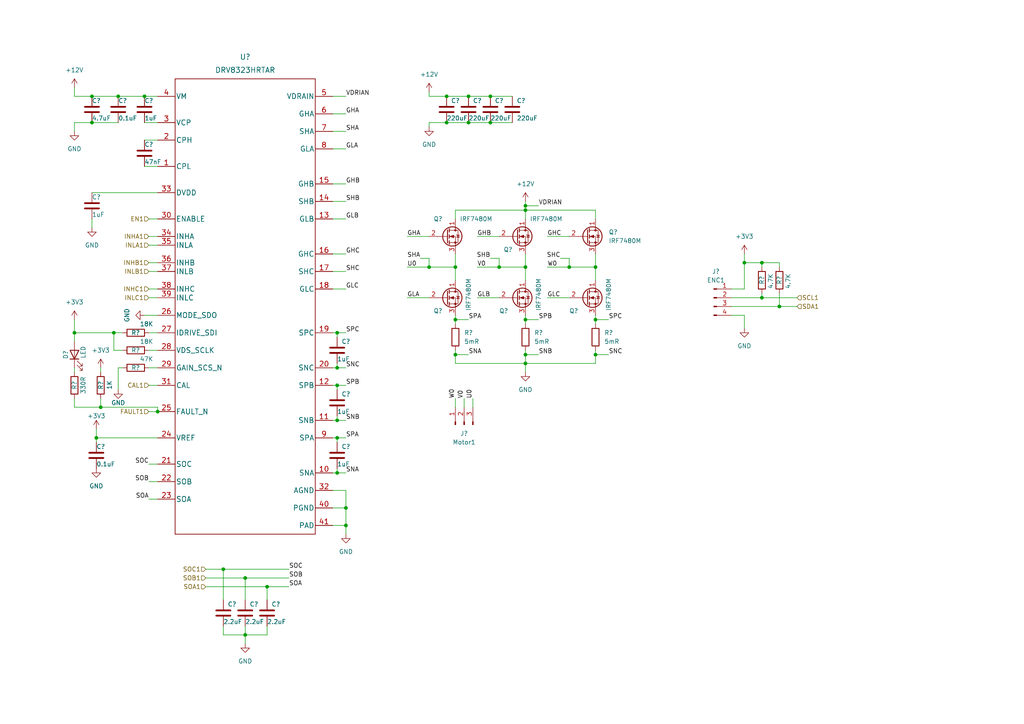
<source format=kicad_sch>
(kicad_sch (version 20211123) (generator eeschema)
  (paper "A4")
  (lib_symbols
    (symbol "Connector:Conn_01x03_Male" (pin_names (offset 1.016) hide)
      (property "Reference" "J" (at 0 5.08 0))
      (property "Value" "Conn_01x03_Male" (at 0 -5.08 0))
      (symbol "Conn_01x03_Male_1_1"
        (polyline (pts (xy 1.27 -2.54) (xy 0.8636 -2.54)) (stroke (width 0.1524)))
        (polyline (pts (xy 1.27 0) (xy 0.8636 0)) (stroke (width 0.1524)))
        (polyline (pts (xy 1.27 2.54) (xy 0.8636 2.54)) (stroke (width 0.1524)))
        (rectangle (start 0.8636 -2.413) (end 0 -2.667) (stroke (width 0.1524)) (fill (type outline)))
        (rectangle (start 0.8636 0.127) (end 0 -0.127) (stroke (width 0.1524)) (fill (type outline)))
        (rectangle (start 0.8636 2.667) (end 0 2.413) (stroke (width 0.1524)) (fill (type outline)))
        (pin passive line (at 5.08 2.54 180) (length 3.81) (name "Pin_1") (number "1"))
        (pin passive line (at 5.08 0 180) (length 3.81) (name "Pin_2") (number "2"))
        (pin passive line (at 5.08 -2.54 180) (length 3.81) (name "Pin_3") (number "3"))
      )
    )
    (symbol "Connector:Conn_01x04_Male" (pin_names (offset 1.016) hide)
      (property "Reference" "J" (at 0 5.08 0))
      (property "Value" "Conn_01x04_Male" (at 0 -7.62 0))
      (symbol "Conn_01x04_Male_1_1"
        (polyline (pts (xy 1.27 -5.08) (xy 0.8636 -5.08)) (stroke (width 0.1524)))
        (polyline (pts (xy 1.27 -2.54) (xy 0.8636 -2.54)) (stroke (width 0.1524)))
        (polyline (pts (xy 1.27 0) (xy 0.8636 0)) (stroke (width 0.1524)))
        (polyline (pts (xy 1.27 2.54) (xy 0.8636 2.54)) (stroke (width 0.1524)))
        (rectangle (start 0.8636 -4.953) (end 0 -5.207) (stroke (width 0.1524)) (fill (type outline)))
        (rectangle (start 0.8636 -2.413) (end 0 -2.667) (stroke (width 0.1524)) (fill (type outline)))
        (rectangle (start 0.8636 0.127) (end 0 -0.127) (stroke (width 0.1524)) (fill (type outline)))
        (rectangle (start 0.8636 2.667) (end 0 2.413) (stroke (width 0.1524)) (fill (type outline)))
        (pin passive line (at 5.08 2.54 180) (length 3.81) (name "Pin_1") (number "1"))
        (pin passive line (at 5.08 0 180) (length 3.81) (name "Pin_2") (number "2"))
        (pin passive line (at 5.08 -2.54 180) (length 3.81) (name "Pin_3") (number "3"))
        (pin passive line (at 5.08 -5.08 180) (length 3.81) (name "Pin_4") (number "4"))
      )
    )
    (symbol "Device:C" (pin_numbers hide) (pin_names (offset 0.254))
      (property "Reference" "C" (at 0.635 2.54 0))
      (property "Value" "C" (at 0.635 -2.54 0))
      (symbol "C_0_1"
        (polyline (pts (xy -2.032 -0.762) (xy 2.032 -0.762)) (stroke (width 0.508)))
        (polyline (pts (xy -2.032 0.762) (xy 2.032 0.762)) (stroke (width 0.508)))
      )
      (symbol "C_1_1"
        (pin passive line (at 0 3.81 270) (length 2.794) (name "~") (number "1"))
        (pin passive line (at 0 -3.81 90) (length 2.794) (name "~") (number "2"))
      )
    )
    (symbol "Device:LED" (pin_numbers hide) (pin_names (offset 1.016) hide)
      (property "Reference" "D" (at 0 2.54 0))
      (property "Value" "LED" (at 0 -2.54 0))
      (symbol "LED_0_1"
        (polyline (pts (xy -1.27 -1.27) (xy -1.27 1.27)) (stroke (width 0.254)))
        (polyline (pts (xy -1.27 0) (xy 1.27 0)))
        (polyline (pts (xy 1.27 -1.27) (xy 1.27 1.27) (xy -1.27 0) (xy 1.27 -1.27)) (stroke (width 0.254)))
        (polyline (pts (xy -3.048 -0.762) (xy -4.572 -2.286) (xy -3.81 -2.286) (xy -4.572 -2.286) (xy -4.572 -1.524)))
        (polyline (pts (xy -1.778 -0.762) (xy -3.302 -2.286) (xy -2.54 -2.286) (xy -3.302 -2.286) (xy -3.302 -1.524)))
      )
      (symbol "LED_1_1"
        (pin passive line (at -3.81 0 0) (length 2.54) (name "K") (number "1"))
        (pin passive line (at 3.81 0 180) (length 2.54) (name "A") (number "2"))
      )
    )
    (symbol "Device:R" (pin_numbers hide) (pin_names (offset 0))
      (property "Reference" "R" (at 2.032 0 90))
      (property "Value" "R" (at 0 0 90))
      (symbol "R_0_1"
        (rectangle (start -1.016 -2.54) (end 1.016 2.54) (stroke (width 0.254)))
      )
      (symbol "R_1_1"
        (pin passive line (at 0 3.81 270) (length 1.27) (name "~") (number "1"))
        (pin passive line (at 0 -3.81 90) (length 1.27) (name "~") (number "2"))
      )
    )
    (symbol "Transistor_FET:IRF7480M" (pin_names hide)
      (property "Reference" "Q" (at 5.08 1.905 0))
      (property "Value" "IRF7480M" (at 5.08 0 0))
      (symbol "IRF7480M_0_1"
        (polyline (pts (xy 0.254 0) (xy -2.54 0)))
        (polyline (pts (xy 0.254 1.905) (xy 0.254 -1.905)) (stroke (width 0.254)))
        (polyline (pts (xy 0.762 -1.27) (xy 0.762 -2.286)) (stroke (width 0.254)))
        (polyline (pts (xy 0.762 0.508) (xy 0.762 -0.508)) (stroke (width 0.254)))
        (polyline (pts (xy 0.762 2.286) (xy 0.762 1.27)) (stroke (width 0.254)))
        (polyline (pts (xy 2.54 2.54) (xy 2.54 1.778)))
        (polyline (pts (xy 2.54 -2.54) (xy 2.54 0) (xy 0.762 0)))
        (polyline (pts (xy 0.762 -1.778) (xy 3.302 -1.778) (xy 3.302 1.778) (xy 0.762 1.778)))
        (polyline (pts (xy 1.016 0) (xy 2.032 0.381) (xy 2.032 -0.381) (xy 1.016 0)) (fill (type outline)))
        (polyline (pts (xy 2.794 0.508) (xy 2.921 0.381) (xy 3.683 0.381) (xy 3.81 0.254)))
        (polyline (pts (xy 3.302 0.381) (xy 2.921 -0.254) (xy 3.683 -0.254) (xy 3.302 0.381)))
        (circle (center 1.651 0) (radius 2.794) (stroke (width 0.254)))
        (circle (center 2.54 -1.778) (radius 0.254) (fill (type outline)))
        (circle (center 2.54 1.778) (radius 0.254) (fill (type outline)))
      )
      (symbol "IRF7480M_1_1"
        (pin passive line (at 2.54 5.08 270) (length 2.54) (name "D") (number "1"))
        (pin input line (at -5.08 0 0) (length 2.54) (name "G") (number "2"))
        (pin passive line (at 2.54 -5.08 90) (length 2.54) (name "S") (number "3"))
      )
    )
    (symbol "UserLIB:DRV8323HRTAR" (pin_names (offset 0.254))
      (property "Reference" "U" (at 0 2.54 0))
      (property "Value" "DRV8323HRTAR" (at 0 0 0))
      (symbol "DRV8323HRTAR_1_1"
        (polyline (pts (xy -20.32 -66.04) (xy 20.32 -66.04)) (stroke (width 0.2032)))
        (polyline (pts (xy -20.32 66.04) (xy -20.32 -66.04)) (stroke (width 0.2032)))
        (polyline (pts (xy 20.32 -66.04) (xy 20.32 66.04)) (stroke (width 0.2032)))
        (polyline (pts (xy 20.32 66.04) (xy -20.32 66.04)) (stroke (width 0.2032)))
        (pin unspecified line (at -25.4 40.64 0) (length 5.08) (name "CPL") (number "1"))
        (pin input line (at 25.4 -48.26 180) (length 5.08) (name "SNA") (number "10"))
        (pin input line (at 25.4 -33.02 180) (length 5.08) (name "SNB") (number "11"))
        (pin input line (at 25.4 -22.86 180) (length 5.08) (name "SPB") (number "12"))
        (pin output line (at 25.4 25.4 180) (length 5.08) (name "GLB") (number "13"))
        (pin input line (at 25.4 30.48 180) (length 5.08) (name "SHB") (number "14"))
        (pin output line (at 25.4 35.56 180) (length 5.08) (name "GHB") (number "15"))
        (pin output line (at 25.4 15.24 180) (length 5.08) (name "GHC") (number "16"))
        (pin input line (at 25.4 10.16 180) (length 5.08) (name "SHC") (number "17"))
        (pin output line (at 25.4 5.08 180) (length 5.08) (name "GLC") (number "18"))
        (pin input line (at 25.4 -7.62 180) (length 5.08) (name "SPC") (number "19"))
        (pin unspecified line (at -25.4 48.26 0) (length 5.08) (name "CPH") (number "2"))
        (pin input line (at 25.4 -17.78 180) (length 5.08) (name "SNC") (number "20"))
        (pin output line (at -25.4 -45.72 0) (length 5.08) (name "SOC") (number "21"))
        (pin output line (at -25.4 -50.8 0) (length 5.08) (name "SOB") (number "22"))
        (pin output line (at -25.4 -55.88 0) (length 5.08) (name "SOA") (number "23"))
        (pin input line (at -25.4 -38.1 0) (length 5.08) (name "VREF") (number "24"))
        (pin open_collector line (at -25.4 -30.48 0) (length 5.08) (name "FAULT_N") (number "25"))
        (pin unspecified line (at -25.4 -2.54 0) (length 5.08) (name "MODE_SDO") (number "26"))
        (pin input line (at -25.4 -7.62 0) (length 5.08) (name "IDRIVE_SDI") (number "27"))
        (pin input line (at -25.4 -12.7 0) (length 5.08) (name "VDS_SCLK") (number "28"))
        (pin input line (at -25.4 -17.78 0) (length 5.08) (name "GAIN_SCS_N") (number "29"))
        (pin power_in line (at -25.4 53.34 0) (length 5.08) (name "VCP") (number "3"))
        (pin input line (at -25.4 25.4 0) (length 5.08) (name "ENABLE") (number "30"))
        (pin input line (at -25.4 -22.86 0) (length 5.08) (name "CAL") (number "31"))
        (pin power_in line (at 25.4 -53.34 180) (length 5.08) (name "AGND") (number "32"))
        (pin power_in line (at -25.4 33.02 0) (length 5.08) (name "DVDD") (number "33"))
        (pin input line (at -25.4 20.32 0) (length 5.08) (name "INHA") (number "34"))
        (pin input line (at -25.4 17.78 0) (length 5.08) (name "INLA") (number "35"))
        (pin input line (at -25.4 12.7 0) (length 5.08) (name "INHB") (number "36"))
        (pin input line (at -25.4 10.16 0) (length 5.08) (name "INLB") (number "37"))
        (pin input line (at -25.4 5.08 0) (length 5.08) (name "INHC") (number "38"))
        (pin input line (at -25.4 2.54 0) (length 5.08) (name "INLC") (number "39"))
        (pin power_in line (at -25.4 60.96 0) (length 5.08) (name "VM") (number "4"))
        (pin power_in line (at 25.4 -58.42 180) (length 5.08) (name "PGND") (number "40"))
        (pin power_in line (at 25.4 -63.5 180) (length 5.08) (name "PAD") (number "41"))
        (pin input line (at 25.4 60.96 180) (length 5.08) (name "VDRAIN") (number "5"))
        (pin output line (at 25.4 55.88 180) (length 5.08) (name "GHA") (number "6"))
        (pin input line (at 25.4 50.8 180) (length 5.08) (name "SHA") (number "7"))
        (pin output line (at 25.4 45.72 180) (length 5.08) (name "GLA") (number "8"))
        (pin input line (at 25.4 -38.1 180) (length 5.08) (name "SPA") (number "9"))
      )
    )
    (symbol "power:+12V" (power) (pin_names (offset 0))
      (property "Value" "+12V" (at 0 3.556 0))
      (symbol "+12V_0_1"
        (polyline (pts (xy -0.762 1.27) (xy 0 2.54)))
        (polyline (pts (xy 0 0) (xy 0 2.54)))
        (polyline (pts (xy 0 2.54) (xy 0.762 1.27)))
      )
      (symbol "+12V_1_1"
        (pin power_in line (at 0 0 90) (length 0) hide (name "+12V") (number "1"))
      )
    )
    (symbol "power:+3.3V" (power) (pin_names (offset 0))
      (property "Value" "+3.3V" (at 0 3.556 0))
      (symbol "+3.3V_0_1"
        (polyline (pts (xy -0.762 1.27) (xy 0 2.54)))
        (polyline (pts (xy 0 0) (xy 0 2.54)))
        (polyline (pts (xy 0 2.54) (xy 0.762 1.27)))
      )
      (symbol "+3.3V_1_1"
        (pin power_in line (at 0 0 90) (length 0) hide (name "+3V3") (number "1"))
      )
    )
    (symbol "power:GND" (power) (pin_names (offset 0))
      (property "Value" "GND" (at 0 -3.81 0))
      (symbol "GND_0_1"
        (polyline (pts (xy 0 0) (xy 0 -1.27) (xy 1.27 -1.27) (xy 0 -2.54) (xy -1.27 -1.27) (xy 0 -1.27)))
      )
      (symbol "GND_1_1"
        (pin power_in line (at 0 0 270) (length 0) hide (name "GND") (number "1"))
      )
    )
  )
  (junction (at 172.72 77.47))
  (junction (at 29.21 118.11))
  (junction (at 142.24 35.56))
  (junction (at 132.08 77.47))
  (junction (at 226.06 88.9))
  (junction (at 71.12 167.64))
  (junction (at 97.79 121.92))
  (junction (at 129.54 27.94))
  (junction (at 132.08 92.71))
  (junction (at 142.24 27.94))
  (junction (at 165.1 77.47))
  (junction (at 152.4 60.96))
  (junction (at 215.9 76.2))
  (junction (at 97.79 106.68))
  (junction (at 26.67 27.94))
  (junction (at 97.79 96.52))
  (junction (at 64.77 165.1))
  (junction (at 100.33 152.4))
  (junction (at 172.72 92.71))
  (junction (at 152.4 105.41))
  (junction (at 97.79 127))
  (junction (at 41.91 27.94))
  (junction (at 124.46 77.47))
  (junction (at 144.78 77.47))
  (junction (at 152.4 92.71))
  (junction (at 135.89 27.94))
  (junction (at 27.94 127))
  (junction (at 34.29 27.94))
  (junction (at 45.72 119.38))
  (junction (at 21.59 96.52))
  (junction (at 77.47 170.18))
  (junction (at 172.72 102.87))
  (junction (at 33.02 96.52))
  (junction (at 152.4 59.69))
  (junction (at 220.98 86.36))
  (junction (at 26.67 35.56))
  (junction (at 100.33 147.32))
  (junction (at 135.89 35.56))
  (junction (at 152.4 77.47))
  (junction (at 129.54 35.56))
  (junction (at 132.08 102.87))
  (junction (at 97.79 111.76))
  (junction (at 71.12 184.15))
  (junction (at 152.4 102.87))
  (junction (at 220.98 76.2))
  (junction (at 97.79 137.16))
  (wire (pts (xy 172.72 101.6) (xy 172.72 102.87)))
  (wire (pts (xy 71.12 181.61) (xy 71.12 184.15)))
  (wire (pts (xy 43.18 134.62) (xy 45.72 134.62)))
  (wire (pts (xy 132.08 77.47) (xy 132.08 81.28)))
  (wire (pts (xy 152.4 92.71) (xy 152.4 93.98)))
  (wire (pts (xy 138.43 86.36) (xy 144.78 86.36)))
  (wire (pts (xy 45.72 106.68) (xy 43.18 106.68)))
  (wire (pts (xy 77.47 181.61) (xy 77.47 184.15)))
  (wire (pts (xy 43.18 83.82) (xy 45.72 83.82)))
  (wire (pts (xy 215.9 73.66) (xy 215.9 76.2)))
  (wire (pts (xy 152.4 105.41) (xy 152.4 107.95)))
  (wire (pts (xy 215.9 76.2) (xy 215.9 83.82)))
  (wire (pts (xy 100.33 142.24) (xy 100.33 147.32)))
  (wire (pts (xy 124.46 36.83) (xy 124.46 35.56)))
  (wire (pts (xy 97.79 111.76) (xy 100.33 111.76)))
  (wire (pts (xy 41.91 40.64) (xy 45.72 40.64)))
  (wire (pts (xy 96.52 121.92) (xy 97.79 121.92)))
  (wire (pts (xy 152.4 102.87) (xy 152.4 105.41)))
  (wire (pts (xy 144.78 74.93) (xy 144.78 77.47)))
  (wire (pts (xy 96.52 106.68) (xy 97.79 106.68)))
  (wire (pts (xy 158.75 77.47) (xy 165.1 77.47)))
  (wire (pts (xy 132.08 63.5) (xy 132.08 60.96)))
  (wire (pts (xy 71.12 167.64) (xy 71.12 173.99)))
  (wire (pts (xy 132.08 92.71) (xy 132.08 93.98)))
  (wire (pts (xy 77.47 184.15) (xy 71.12 184.15)))
  (wire (pts (xy 215.9 76.2) (xy 220.98 76.2)))
  (wire (pts (xy 43.18 144.78) (xy 45.72 144.78)))
  (wire (pts (xy 96.52 111.76) (xy 97.79 111.76)))
  (wire (pts (xy 162.56 74.93) (xy 165.1 74.93)))
  (wire (pts (xy 96.52 38.1) (xy 100.33 38.1)))
  (wire (pts (xy 59.69 165.1) (xy 64.77 165.1)))
  (wire (pts (xy 96.52 58.42) (xy 100.33 58.42)))
  (wire (pts (xy 215.9 91.44) (xy 215.9 95.25)))
  (wire (pts (xy 97.79 96.52) (xy 100.33 96.52)))
  (wire (pts (xy 97.79 127) (xy 100.33 127)))
  (wire (pts (xy 172.72 92.71) (xy 172.72 93.98)))
  (wire (pts (xy 29.21 106.68) (xy 29.21 107.95)))
  (wire (pts (xy 59.69 170.18) (xy 77.47 170.18)))
  (wire (pts (xy 41.91 91.44) (xy 45.72 91.44)))
  (wire (pts (xy 124.46 26.67) (xy 124.46 27.94)))
  (wire (pts (xy 96.52 63.5) (xy 100.33 63.5)))
  (wire (pts (xy 26.67 63.5) (xy 26.67 66.04)))
  (wire (pts (xy 152.4 59.69) (xy 156.21 59.69)))
  (wire (pts (xy 71.12 184.15) (xy 71.12 186.69)))
  (wire (pts (xy 97.79 135.89) (xy 97.79 137.16)))
  (wire (pts (xy 172.72 102.87) (xy 176.53 102.87)))
  (wire (pts (xy 118.11 68.58) (xy 124.46 68.58)))
  (wire (pts (xy 26.67 35.56) (xy 34.29 35.56)))
  (wire (pts (xy 138.43 77.47) (xy 144.78 77.47)))
  (wire (pts (xy 34.29 27.94) (xy 41.91 27.94)))
  (wire (pts (xy 21.59 96.52) (xy 33.02 96.52)))
  (wire (pts (xy 132.08 92.71) (xy 135.89 92.71)))
  (wire (pts (xy 132.08 60.96) (xy 152.4 60.96)))
  (wire (pts (xy 172.72 60.96) (xy 172.72 63.5)))
  (wire (pts (xy 64.77 181.61) (xy 64.77 184.15)))
  (wire (pts (xy 135.89 27.94) (xy 142.24 27.94)))
  (wire (pts (xy 96.52 33.02) (xy 100.33 33.02)))
  (wire (pts (xy 33.02 96.52) (xy 35.56 96.52)))
  (wire (pts (xy 71.12 167.64) (xy 83.82 167.64)))
  (wire (pts (xy 41.91 35.56) (xy 45.72 35.56)))
  (wire (pts (xy 138.43 68.58) (xy 144.78 68.58)))
  (wire (pts (xy 27.94 124.46) (xy 27.94 127)))
  (wire (pts (xy 152.4 105.41) (xy 172.72 105.41)))
  (wire (pts (xy 26.67 55.88) (xy 45.72 55.88)))
  (wire (pts (xy 96.52 83.82) (xy 100.33 83.82)))
  (wire (pts (xy 124.46 35.56) (xy 129.54 35.56)))
  (wire (pts (xy 226.06 77.47) (xy 226.06 76.2)))
  (wire (pts (xy 21.59 115.57) (xy 21.59 118.11)))
  (wire (pts (xy 43.18 78.74) (xy 45.72 78.74)))
  (wire (pts (xy 97.79 111.76) (xy 97.79 113.03)))
  (wire (pts (xy 96.52 43.18) (xy 100.33 43.18)))
  (wire (pts (xy 124.46 74.93) (xy 124.46 77.47)))
  (wire (pts (xy 96.52 137.16) (xy 97.79 137.16)))
  (wire (pts (xy 43.18 71.12) (xy 45.72 71.12)))
  (wire (pts (xy 158.75 86.36) (xy 165.1 86.36)))
  (wire (pts (xy 172.72 77.47) (xy 172.72 81.28)))
  (wire (pts (xy 96.52 53.34) (xy 100.33 53.34)))
  (wire (pts (xy 132.08 102.87) (xy 132.08 105.41)))
  (wire (pts (xy 124.46 77.47) (xy 132.08 77.47)))
  (wire (pts (xy 21.59 92.71) (xy 21.59 96.52)))
  (wire (pts (xy 220.98 77.47) (xy 220.98 76.2)))
  (wire (pts (xy 97.79 121.92) (xy 100.33 121.92)))
  (wire (pts (xy 43.18 86.36) (xy 45.72 86.36)))
  (wire (pts (xy 212.09 88.9) (xy 226.06 88.9)))
  (wire (pts (xy 165.1 77.47) (xy 172.72 77.47)))
  (wire (pts (xy 21.59 35.56) (xy 21.59 38.1)))
  (wire (pts (xy 35.56 101.6) (xy 33.02 101.6)))
  (wire (pts (xy 134.62 115.57) (xy 134.62 118.11)))
  (wire (pts (xy 220.98 85.09) (xy 220.98 86.36)))
  (wire (pts (xy 172.72 102.87) (xy 172.72 105.41)))
  (wire (pts (xy 220.98 86.36) (xy 231.14 86.36)))
  (wire (pts (xy 132.08 73.66) (xy 132.08 77.47)))
  (wire (pts (xy 96.52 147.32) (xy 100.33 147.32)))
  (wire (pts (xy 129.54 27.94) (xy 135.89 27.94)))
  (wire (pts (xy 132.08 115.57) (xy 132.08 118.11)))
  (wire (pts (xy 132.08 102.87) (xy 135.89 102.87)))
  (wire (pts (xy 121.92 74.93) (xy 124.46 74.93)))
  (wire (pts (xy 97.79 120.65) (xy 97.79 121.92)))
  (wire (pts (xy 64.77 165.1) (xy 83.82 165.1)))
  (wire (pts (xy 34.29 106.68) (xy 34.29 113.03)))
  (wire (pts (xy 152.4 77.47) (xy 152.4 81.28)))
  (wire (pts (xy 96.52 78.74) (xy 100.33 78.74)))
  (wire (pts (xy 226.06 76.2) (xy 220.98 76.2)))
  (wire (pts (xy 41.91 48.26) (xy 45.72 48.26)))
  (wire (pts (xy 152.4 91.44) (xy 152.4 92.71)))
  (wire (pts (xy 35.56 106.68) (xy 34.29 106.68)))
  (wire (pts (xy 96.52 27.94) (xy 100.33 27.94)))
  (wire (pts (xy 118.11 86.36) (xy 124.46 86.36)))
  (wire (pts (xy 212.09 83.82) (xy 215.9 83.82)))
  (wire (pts (xy 226.06 85.09) (xy 226.06 88.9)))
  (wire (pts (xy 45.72 127) (xy 27.94 127)))
  (wire (pts (xy 132.08 105.41) (xy 152.4 105.41)))
  (wire (pts (xy 137.16 115.57) (xy 137.16 118.11)))
  (wire (pts (xy 43.18 111.76) (xy 45.72 111.76)))
  (wire (pts (xy 172.72 73.66) (xy 172.72 77.47)))
  (wire (pts (xy 142.24 27.94) (xy 148.59 27.94)))
  (wire (pts (xy 144.78 77.47) (xy 152.4 77.47)))
  (wire (pts (xy 21.59 25.4) (xy 21.59 27.94)))
  (wire (pts (xy 152.4 60.96) (xy 172.72 60.96)))
  (wire (pts (xy 97.79 137.16) (xy 100.33 137.16)))
  (wire (pts (xy 43.18 63.5) (xy 45.72 63.5)))
  (wire (pts (xy 41.91 27.94) (xy 45.72 27.94)))
  (wire (pts (xy 29.21 118.11) (xy 45.72 118.11)))
  (wire (pts (xy 212.09 86.36) (xy 220.98 86.36)))
  (wire (pts (xy 59.69 167.64) (xy 71.12 167.64)))
  (wire (pts (xy 152.4 102.87) (xy 156.21 102.87)))
  (wire (pts (xy 172.72 91.44) (xy 172.72 92.71)))
  (wire (pts (xy 132.08 101.6) (xy 132.08 102.87)))
  (wire (pts (xy 43.18 68.58) (xy 45.72 68.58)))
  (wire (pts (xy 172.72 92.71) (xy 176.53 92.71)))
  (wire (pts (xy 135.89 35.56) (xy 142.24 35.56)))
  (wire (pts (xy 212.09 91.44) (xy 215.9 91.44)))
  (wire (pts (xy 100.33 152.4) (xy 100.33 154.94)))
  (wire (pts (xy 152.4 73.66) (xy 152.4 77.47)))
  (wire (pts (xy 96.52 142.24) (xy 100.33 142.24)))
  (wire (pts (xy 124.46 27.94) (xy 129.54 27.94)))
  (wire (pts (xy 21.59 106.68) (xy 21.59 107.95)))
  (wire (pts (xy 96.52 73.66) (xy 100.33 73.66)))
  (wire (pts (xy 152.4 58.42) (xy 152.4 59.69)))
  (wire (pts (xy 152.4 59.69) (xy 152.4 60.96)))
  (wire (pts (xy 21.59 96.52) (xy 21.59 99.06)))
  (wire (pts (xy 21.59 27.94) (xy 26.67 27.94)))
  (wire (pts (xy 96.52 96.52) (xy 97.79 96.52)))
  (wire (pts (xy 43.18 76.2) (xy 45.72 76.2)))
  (wire (pts (xy 97.79 96.52) (xy 97.79 97.79)))
  (wire (pts (xy 77.47 170.18) (xy 83.82 170.18)))
  (wire (pts (xy 142.24 74.93) (xy 144.78 74.93)))
  (wire (pts (xy 129.54 35.56) (xy 135.89 35.56)))
  (wire (pts (xy 97.79 127) (xy 97.79 128.27)))
  (wire (pts (xy 132.08 91.44) (xy 132.08 92.71)))
  (wire (pts (xy 26.67 27.94) (xy 34.29 27.94)))
  (wire (pts (xy 142.24 35.56) (xy 148.59 35.56)))
  (wire (pts (xy 45.72 101.6) (xy 43.18 101.6)))
  (wire (pts (xy 118.11 77.47) (xy 124.46 77.47)))
  (wire (pts (xy 43.18 96.52) (xy 45.72 96.52)))
  (wire (pts (xy 64.77 165.1) (xy 64.77 173.99)))
  (wire (pts (xy 43.18 139.7) (xy 45.72 139.7)))
  (wire (pts (xy 165.1 74.93) (xy 165.1 77.47)))
  (wire (pts (xy 96.52 127) (xy 97.79 127)))
  (wire (pts (xy 97.79 105.41) (xy 97.79 106.68)))
  (wire (pts (xy 100.33 147.32) (xy 100.33 152.4)))
  (wire (pts (xy 152.4 60.96) (xy 152.4 63.5)))
  (wire (pts (xy 43.18 119.38) (xy 45.72 119.38)))
  (wire (pts (xy 21.59 118.11) (xy 29.21 118.11)))
  (wire (pts (xy 45.72 118.11) (xy 45.72 119.38)))
  (wire (pts (xy 152.4 92.71) (xy 156.21 92.71)))
  (wire (pts (xy 152.4 101.6) (xy 152.4 102.87)))
  (wire (pts (xy 96.52 152.4) (xy 100.33 152.4)))
  (wire (pts (xy 226.06 88.9) (xy 231.14 88.9)))
  (wire (pts (xy 33.02 96.52) (xy 33.02 101.6)))
  (wire (pts (xy 77.47 170.18) (xy 77.47 173.99)))
  (wire (pts (xy 97.79 106.68) (xy 100.33 106.68)))
  (wire (pts (xy 27.94 127) (xy 27.94 128.27)))
  (wire (pts (xy 158.75 68.58) (xy 165.1 68.58)))
  (wire (pts (xy 29.21 115.57) (xy 29.21 118.11)))
  (wire (pts (xy 26.67 35.56) (xy 21.59 35.56)))
  (wire (pts (xy 71.12 184.15) (xy 64.77 184.15)))
  (label "SHA" (at 121.92 74.93 180))
  (label "V0" (at 134.62 115.57 90))
  (label "SPA" (at 135.89 92.71 0))
  (label "U0" (at 137.16 115.57 90))
  (label "GHB" (at 100.33 53.34 0))
  (label "SPB" (at 100.33 111.76 0))
  (label "SHC" (at 162.56 74.93 180))
  (label "SHC" (at 100.33 78.74 0))
  (label "GHB" (at 138.43 68.58 0))
  (label "GLC" (at 100.33 83.82 0))
  (label "GLA" (at 100.33 43.18 0))
  (label "SPB" (at 156.21 92.71 0))
  (label "SOB" (at 43.18 139.7 180))
  (label "SHA" (at 100.33 38.1 0))
  (label "V0" (at 138.43 77.47 0))
  (label "SNA" (at 135.89 102.87 0))
  (label "VDRIAN" (at 100.33 27.94 0))
  (label "SHB" (at 100.33 58.42 0))
  (label "SOA" (at 43.18 144.78 180))
  (label "SPA" (at 100.33 127 0))
  (label "SPC" (at 100.33 96.52 0))
  (label "GLA" (at 118.11 86.36 0))
  (label "GHA" (at 118.11 68.58 0))
  (label "SOC" (at 83.82 165.1 0))
  (label "GHC" (at 100.33 73.66 0))
  (label "W0" (at 158.75 77.47 0))
  (label "W0" (at 132.08 115.57 90))
  (label "GLB" (at 100.33 63.5 0))
  (label "SOA" (at 83.82 170.18 0))
  (label "SNB" (at 156.21 102.87 0))
  (label "U0" (at 118.11 77.47 0))
  (label "GHC" (at 158.75 68.58 0))
  (label "SNB" (at 100.33 121.92 0))
  (label "SNC" (at 176.53 102.87 0))
  (label "SHB" (at 142.24 74.93 180))
  (label "SNA" (at 100.33 137.16 0))
  (label "GLB" (at 138.43 86.36 0))
  (label "VDRIAN" (at 156.21 59.69 0))
  (label "GLC" (at 158.75 86.36 0))
  (label "SNC" (at 100.33 106.68 0))
  (label "GHA" (at 100.33 33.02 0))
  (label "SOB" (at 83.82 167.64 0))
  (label "SOC" (at 43.18 134.62 180))
  (label "SPC" (at 176.53 92.71 0))
  (hierarchical_label "EN1" (shape input) (at 43.18 63.5 180))
  (hierarchical_label "INHC1" (shape input) (at 43.18 83.82 180))
  (hierarchical_label "SOC1" (shape input) (at 59.69 165.1 180))
  (hierarchical_label "INLC1" (shape input) (at 43.18 86.36 180))
  (hierarchical_label "INLA1" (shape input) (at 43.18 71.12 180))
  (hierarchical_label "INLB1" (shape input) (at 43.18 78.74 180))
  (hierarchical_label "SCL1" (shape input) (at 231.14 86.36 0))
  (hierarchical_label "SOA1" (shape input) (at 59.69 170.18 180))
  (hierarchical_label "SOB1" (shape input) (at 59.69 167.64 180))
  (hierarchical_label "FAULT1" (shape input) (at 43.18 119.38 180))
  (hierarchical_label "INHB1" (shape input) (at 43.18 76.2 180))
  (hierarchical_label "CAL1" (shape input) (at 43.18 111.76 180))
  (hierarchical_label "SDA1" (shape input) (at 231.14 88.9 0))
  (hierarchical_label "INHA1" (shape input) (at 43.18 68.58 180))
  (symbol (lib_id "power:GND") (at 152.4 107.95 0) (unit 1)
    (property "Reference" "#PWR?" (effects hide))
    (property "Value" "GND" (at 152.4 113.03 0))
  )
  (symbol (lib_id "Transistor_FET:IRF7480M") (at 149.86 86.36 0) (unit 1)
    (property "Reference" "Q?" (at 144.78 90.17 0) (effects (justify left)))
    (property "Value" "IRF7480M" (at 156.21 90.17 90) (effects (justify left)))
    (property "Footprint" "Package_DirectFET:DirectFET_ME" (effects hide))
    (property "Datasheet" "https://www.infineon.com/dgdl/Infineon-IRF7480M-DS-v01_02-EN.pdf?fileId=5546d462533600a4015355ff8fa41c30" (effects hide))
  )
  (symbol (lib_id "Device:C") (at 34.29 31.75 0) (unit 1)
    (property "Reference" "C?" (at 34.29 29.21 0) (effects (justify left)))
    (property "Value" "0.1uF" (at 34.29 34.29 0) (effects (justify left)))
    (property "Footprint" "Capacitor_SMD:C_0402_1005Metric" (effects hide))
  )
  (symbol (lib_id "power:GND") (at 21.59 38.1 0) (unit 1)
    (property "Reference" "#PWR?" (effects hide))
    (property "Value" "GND" (at 21.59 43.18 0))
  )
  (symbol (lib_id "Transistor_FET:IRF7480M") (at 170.18 86.36 0) (unit 1)
    (property "Reference" "Q?" (at 165.1 90.17 0) (effects (justify left)))
    (property "Value" "IRF7480M" (at 176.53 90.17 90) (effects (justify left)))
    (property "Footprint" "Package_DirectFET:DirectFET_ME" (effects hide))
    (property "Datasheet" "https://www.infineon.com/dgdl/Infineon-IRF7480M-DS-v01_02-EN.pdf?fileId=5546d462533600a4015355ff8fa41c30" (effects hide))
  )
  (symbol (lib_id "Device:C") (at 135.89 31.75 0) (unit 1)
    (property "Reference" "C?" (at 137.16 29.21 0) (effects (justify left)))
    (property "Value" "220uF" (at 135.89 34.29 0) (effects (justify left)))
  )
  (symbol (lib_id "Device:R") (at 39.37 101.6 90) (unit 1)
    (property "Reference" "R?" (at 40.64 101.6 90) (effects (justify left)))
    (property "Value" "18K" (at 44.45 99.06 90) (effects (justify left)))
    (property "Footprint" "Resistor_SMD:R_0402_1005Metric" (effects hide))
  )
  (symbol (lib_id "Transistor_FET:IRF7480M") (at 129.54 68.58 0) (unit 1)
    (property "Reference" "Q?" (at 125.73 63.5 0) (effects (justify left)))
    (property "Value" "IRF7480M" (at 133.35 63.5 0) (effects (justify left)))
    (property "Footprint" "Package_DirectFET:DirectFET_ME" (effects hide))
    (property "Datasheet" "https://www.infineon.com/dgdl/Infineon-IRF7480M-DS-v01_02-EN.pdf?fileId=5546d462533600a4015355ff8fa41c30" (effects hide))
  )
  (symbol (lib_id "Connector:Conn_01x03_Male") (at 134.62 123.19 90) (unit 1)
    (property "Reference" "J?" (at 134.62 125.73 90))
    (property "Value" "Motor1" (at 134.62 128.27 90))
    (property "Footprint" "Connector_AMASS:AMASS_MR30PW-M_1x03_P3.50mm_Horizontal" (effects hide))
  )
  (symbol (lib_id "Device:C") (at 97.79 116.84 0) (unit 1)
    (property "Reference" "C?" (at 99.06 114.3 0) (effects (justify left)))
    (property "Value" "1uF" (at 97.79 119.38 0) (effects (justify left)))
  )
  (symbol (lib_id "Device:C") (at 77.47 177.8 0) (unit 1)
    (property "Reference" "C?" (at 78.74 175.26 0) (effects (justify left)))
    (property "Value" "2.2uF" (at 77.47 180.34 0) (effects (justify left)))
  )
  (symbol (lib_id "Device:LED") (at 21.59 102.87 90) (unit 1)
    (property "Reference" "D?" (at 19.05 101.6 0) (effects (justify right)))
    (property "Value" "LED" (at 24.13 100.33 0) (effects (justify right)))
    (property "Footprint" "LED_SMD:LED_0603_1608Metric" (effects hide))
  )
  (symbol (lib_id "Transistor_FET:IRF7480M") (at 129.54 86.36 0) (unit 1)
    (property "Reference" "Q?" (at 125.73 90.17 0) (effects (justify left)))
    (property "Value" "IRF7480M" (at 135.89 90.17 90) (effects (justify left)))
    (property "Footprint" "Package_DirectFET:DirectFET_ME" (effects hide))
    (property "Datasheet" "https://www.infineon.com/dgdl/Infineon-IRF7480M-DS-v01_02-EN.pdf?fileId=5546d462533600a4015355ff8fa41c30" (effects hide))
  )
  (symbol (lib_id "power:GND") (at 27.94 135.89 0) (unit 1)
    (property "Reference" "#PWR?" (effects hide))
    (property "Value" "GND" (at 27.94 140.97 0))
  )
  (symbol (lib_id "Device:R") (at 132.08 97.79 0) (unit 1)
    (property "Reference" "R?" (at 134.62 96.5199 0) (effects (justify left)))
    (property "Value" "5mR" (at 134.62 99.0599 0) (effects (justify left)))
    (property "Footprint" "Resistor_SMD:R_2512_6332Metric" (effects hide))
  )
  (symbol (lib_id "power:GND") (at 41.91 91.44 270) (unit 1)
    (property "Reference" "#PWR?" (effects hide))
    (property "Value" "GND" (at 36.83 91.44 0))
  )
  (symbol (lib_id "Device:C") (at 142.24 31.75 0) (unit 1)
    (property "Reference" "C?" (at 143.51 29.21 0) (effects (justify left)))
    (property "Value" "220uF" (at 142.24 34.29 0) (effects (justify left)))
  )
  (symbol (lib_id "power:GND") (at 124.46 36.83 0) (unit 1)
    (property "Reference" "#PWR?" (effects hide))
    (property "Value" "GND" (at 124.46 41.91 0))
  )
  (symbol (lib_id "Connector:Conn_01x04_Male") (at 207.01 86.36 0) (unit 1)
    (property "Reference" "J?" (at 207.645 78.74 0))
    (property "Value" "ENC1" (at 207.645 81.28 0))
  )
  (symbol (lib_id "power:+12V") (at 152.4 58.42 0) (unit 1)
    (property "Reference" "#PWR?" (effects hide))
    (property "Value" "+12V" (at 152.4 53.34 0))
  )
  (symbol (lib_id "Device:C") (at 41.91 44.45 0) (unit 1)
    (property "Reference" "C?" (at 41.91 41.91 0) (effects (justify left)))
    (property "Value" "47nF" (at 41.91 46.99 0) (effects (justify left)))
    (property "Footprint" "Capacitor_SMD:C_0402_1005Metric" (effects hide))
  )
  (symbol (lib_id "Device:C") (at 26.67 31.75 0) (unit 1)
    (property "Reference" "C?" (at 26.67 29.21 0) (effects (justify left)))
    (property "Value" "4.7uF" (at 26.67 34.29 0) (effects (justify left)))
    (property "Footprint" "Capacitor_SMD:C_0402_1005Metric" (effects hide))
  )
  (symbol (lib_id "Device:R") (at 39.37 106.68 90) (unit 1)
    (property "Reference" "R?" (at 40.64 106.68 90) (effects (justify left)))
    (property "Value" "47K" (at 44.45 104.14 90) (effects (justify left)))
    (property "Footprint" "Resistor_SMD:R_0402_1005Metric" (effects hide))
  )
  (symbol (lib_id "Device:C") (at 64.77 177.8 0) (unit 1)
    (property "Reference" "C?" (at 66.04 175.26 0) (effects (justify left)))
    (property "Value" "2.2uF" (at 64.77 180.34 0) (effects (justify left)))
  )
  (symbol (lib_id "Device:C") (at 26.67 59.69 0) (unit 1)
    (property "Reference" "C?" (at 26.67 57.15 0) (effects (justify left)))
    (property "Value" "1uF" (at 26.67 62.23 0) (effects (justify left)))
    (property "Footprint" "Capacitor_SMD:C_0402_1005Metric" (effects hide))
  )
  (symbol (lib_id "Device:R") (at 29.21 111.76 0) (unit 1)
    (property "Reference" "R?" (at 29.21 113.03 90) (effects (justify left)))
    (property "Value" "1K" (at 31.75 113.03 90) (effects (justify left)))
    (property "Footprint" "Resistor_SMD:R_0402_1005Metric" (effects hide))
  )
  (symbol (lib_id "Device:C") (at 97.79 132.08 0) (unit 1)
    (property "Reference" "C?" (at 99.06 129.54 0) (effects (justify left)))
    (property "Value" "1uF" (at 97.79 134.62 0) (effects (justify left)))
  )
  (symbol (lib_id "Transistor_FET:IRF7480M") (at 149.86 68.58 0) (unit 1)
    (property "Reference" "Q?" (at 146.05 72.39 0) (effects (justify left)))
    (property "Value" "IRF7480M" (at 153.67 63.5 0) (effects (justify left)))
    (property "Footprint" "Package_DirectFET:DirectFET_ME" (effects hide))
    (property "Datasheet" "https://www.infineon.com/dgdl/Infineon-IRF7480M-DS-v01_02-EN.pdf?fileId=5546d462533600a4015355ff8fa41c30" (effects hide))
  )
  (symbol (lib_id "Device:C") (at 71.12 177.8 0) (unit 1)
    (property "Reference" "C?" (at 72.39 175.26 0) (effects (justify left)))
    (property "Value" "2.2uF" (at 71.12 180.34 0) (effects (justify left)))
  )
  (symbol (lib_id "power:+3.3V") (at 215.9 73.66 0) (unit 1)
    (property "Reference" "#PWR?" (effects hide))
    (property "Value" "+3.3V" (at 215.9 68.58 0))
  )
  (symbol (lib_id "power:GND") (at 26.67 66.04 0) (unit 1)
    (property "Reference" "#PWR?" (effects hide))
    (property "Value" "GND" (at 26.67 71.12 0))
  )
  (symbol (lib_id "power:+3.3V") (at 21.59 92.71 0) (unit 1)
    (property "Reference" "#PWR?" (effects hide))
    (property "Value" "+3.3V" (at 21.59 87.63 0))
  )
  (symbol (lib_id "power:GND") (at 100.33 154.94 0) (unit 1)
    (property "Reference" "#PWR?" (effects hide))
    (property "Value" "GND" (at 100.33 160.02 0))
  )
  (symbol (lib_id "Device:C") (at 41.91 31.75 0) (unit 1)
    (property "Reference" "C?" (at 41.91 29.21 0) (effects (justify left)))
    (property "Value" "1uF" (at 41.91 34.29 0) (effects (justify left)))
    (property "Footprint" "Capacitor_SMD:C_0402_1005Metric" (effects hide))
  )
  (symbol (lib_id "Device:R") (at 220.98 81.28 0) (unit 1)
    (property "Reference" "R?" (at 220.98 82.55 90) (effects (justify left)))
    (property "Value" "4.7K" (at 223.52 83.82 90) (effects (justify left)))
    (property "Footprint" "Resistor_SMD:R_2512_6332Metric" (effects hide))
  )
  (symbol (lib_id "UserLIB:DRV8323HRTAR") (at 71.12 88.9 0) (unit 1)
    (property "Reference" "U?" (at 71.12 16.51 0) (effects (font (size 1.524 1.524))))
    (property "Value" "DRV8323HRTAR" (at 71.12 20.32 0) (effects (font (size 1.524 1.524))))
    (property "Footprint" "Userlib:DRV8323HRTAR" (effects hide))
  )
  (symbol (lib_id "Device:R") (at 39.37 96.52 90) (unit 1)
    (property "Reference" "R?" (at 40.64 96.52 90) (effects (justify left)))
    (property "Value" "18K" (at 44.45 93.98 90) (effects (justify left)))
    (property "Footprint" "Resistor_SMD:R_0402_1005Metric" (effects hide))
  )
  (symbol (lib_id "power:+3.3V") (at 27.94 124.46 0) (unit 1)
    (property "Reference" "#PWR?" (effects hide))
    (property "Value" "+3.3V" (at 27.94 120.65 0))
  )
  (symbol (lib_id "power:+12V") (at 124.46 26.67 0) (unit 1)
    (property "Reference" "#PWR?" (effects hide))
    (property "Value" "+12V" (at 124.46 21.59 0))
  )
  (symbol (lib_id "Device:C") (at 27.94 132.08 0) (unit 1)
    (property "Reference" "C?" (at 27.94 129.54 0) (effects (justify left)))
    (property "Value" "0.1uF" (at 27.94 134.62 0) (effects (justify left)))
    (property "Footprint" "Capacitor_SMD:C_0402_1005Metric" (effects hide))
  )
  (symbol (lib_id "Device:R") (at 21.59 111.76 0) (unit 1)
    (property "Reference" "R?" (at 21.59 113.03 90) (effects (justify left)))
    (property "Value" "330R" (at 24.13 114.3 90) (effects (justify left)))
    (property "Footprint" "Resistor_SMD:R_0402_1005Metric" (effects hide))
  )
  (symbol (lib_id "Device:C") (at 148.59 31.75 0) (unit 1)
    (property "Reference" "C?" (at 149.86 29.21 0) (effects (justify left)))
    (property "Value" "220uF" (at 149.86 34.29 0) (effects (justify left)))
  )
  (symbol (lib_id "power:GND") (at 215.9 95.25 0) (unit 1)
    (property "Reference" "#PWR?" (effects hide))
    (property "Value" "GND" (at 215.9 100.33 0))
  )
  (symbol (lib_id "power:GND") (at 34.29 113.03 0) (unit 1)
    (property "Reference" "#PWR?" (effects hide))
    (property "Value" "GND" (at 34.29 116.84 0))
  )
  (symbol (lib_id "power:+12V") (at 21.59 25.4 0) (unit 1)
    (property "Reference" "#PWR?" (effects hide))
    (property "Value" "+12V" (at 21.59 20.32 0))
  )
  (symbol (lib_id "Device:C") (at 97.79 101.6 0) (unit 1)
    (property "Reference" "C?" (at 99.06 99.06 0) (effects (justify left)))
    (property "Value" "1uF" (at 97.79 104.14 0) (effects (justify left)))
  )
  (symbol (lib_id "Device:R") (at 172.72 97.79 0) (unit 1)
    (property "Reference" "R?" (at 175.26 96.5199 0) (effects (justify left)))
    (property "Value" "5mR" (at 175.26 99.0599 0) (effects (justify left)))
    (property "Footprint" "Resistor_SMD:R_2512_6332Metric" (effects hide))
  )
  (symbol (lib_id "power:GND") (at 71.12 186.69 0) (unit 1)
    (property "Reference" "#PWR?" (effects hide))
    (property "Value" "GND" (at 71.12 191.77 0))
  )
  (symbol (lib_id "Device:C") (at 129.54 31.75 0) (unit 1)
    (property "Reference" "C?" (at 130.81 29.21 0) (effects (justify left)))
    (property "Value" "220uF" (at 129.54 34.29 0) (effects (justify left)))
  )
  (symbol (lib_id "Device:R") (at 152.4 97.79 0) (unit 1)
    (property "Reference" "R?" (at 154.94 96.5199 0) (effects (justify left)))
    (property "Value" "5mR" (at 154.94 99.0599 0) (effects (justify left)))
    (property "Footprint" "Resistor_SMD:R_2512_6332Metric" (effects hide))
  )
  (symbol (lib_id "Transistor_FET:IRF7480M") (at 170.18 68.58 0) (unit 1)
    (property "Reference" "Q?" (at 176.53 67.3099 0) (effects (justify left)))
    (property "Value" "IRF7480M" (at 176.53 69.8499 0) (effects (justify left)))
    (property "Footprint" "Package_DirectFET:DirectFET_ME" (effects hide))
    (property "Datasheet" "https://www.infineon.com/dgdl/Infineon-IRF7480M-DS-v01_02-EN.pdf?fileId=5546d462533600a4015355ff8fa41c30" (effects hide))
  )
  (symbol (lib_id "Device:R") (at 226.06 81.28 0) (unit 1)
    (property "Reference" "R?" (at 226.06 82.55 90) (effects (justify left)))
    (property "Value" "4.7K" (at 228.6 83.82 90) (effects (justify left)))
    (property "Footprint" "Resistor_SMD:R_2512_6332Metric" (effects hide))
  )
  (symbol (lib_id "power:+3.3V") (at 29.21 106.68 0) (unit 1)
    (property "Reference" "#PWR?" (effects hide))
    (property "Value" "+3.3V" (at 29.21 101.6 0))
  )
)
</source>
